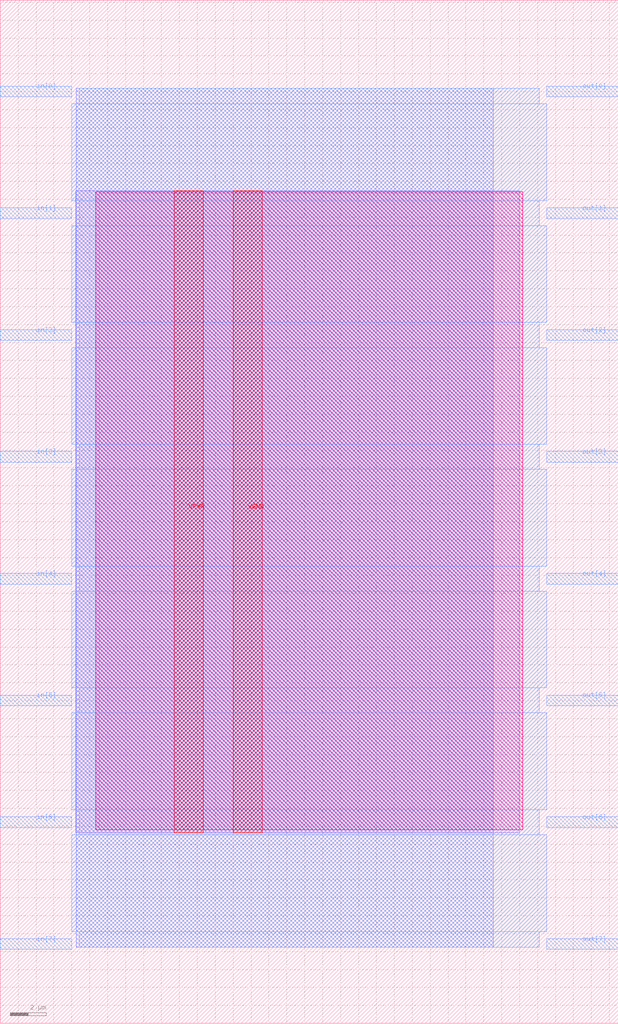
<source format=lef>
VERSION 5.7 ;
  NOWIREEXTENSIONATPIN ON ;
  DIVIDERCHAR "/" ;
  BUSBITCHARS "[]" ;
MACRO inverter
  CLASS BLOCK ;
  FOREIGN inverter ;
  ORIGIN 0.000 0.000 ;
  SIZE 34.500 BY 57.120 ;
  PIN VGND
    DIRECTION INOUT ;
    USE GROUND ;
    PORT
      LAYER met4 ;
        RECT 13.020 10.640 14.620 46.480 ;
    END
  END VGND
  PIN VPWR
    DIRECTION INOUT ;
    USE POWER ;
    PORT
      LAYER met4 ;
        RECT 9.720 10.640 11.320 46.480 ;
    END
  END VPWR
  PIN in[0]
    DIRECTION INPUT ;
    USE SIGNAL ;
    ANTENNAGATEAREA 0.126000 ;
    PORT
      LAYER met3 ;
        RECT 0.000 51.720 4.000 52.320 ;
    END
  END in[0]
  PIN in[1]
    DIRECTION INPUT ;
    USE SIGNAL ;
    ANTENNAGATEAREA 0.196500 ;
    PORT
      LAYER met3 ;
        RECT 0.000 44.920 4.000 45.520 ;
    END
  END in[1]
  PIN in[2]
    DIRECTION INPUT ;
    USE SIGNAL ;
    ANTENNAGATEAREA 0.196500 ;
    PORT
      LAYER met3 ;
        RECT 0.000 38.120 4.000 38.720 ;
    END
  END in[2]
  PIN in[3]
    DIRECTION INPUT ;
    USE SIGNAL ;
    ANTENNAGATEAREA 0.196500 ;
    PORT
      LAYER met3 ;
        RECT 0.000 31.320 4.000 31.920 ;
    END
  END in[3]
  PIN in[4]
    DIRECTION INPUT ;
    USE SIGNAL ;
    ANTENNAGATEAREA 0.196500 ;
    PORT
      LAYER met3 ;
        RECT 0.000 24.520 4.000 25.120 ;
    END
  END in[4]
  PIN in[5]
    DIRECTION INPUT ;
    USE SIGNAL ;
    ANTENNAGATEAREA 0.196500 ;
    PORT
      LAYER met3 ;
        RECT 0.000 17.720 4.000 18.320 ;
    END
  END in[5]
  PIN in[6]
    DIRECTION INPUT ;
    USE SIGNAL ;
    ANTENNAGATEAREA 0.196500 ;
    PORT
      LAYER met3 ;
        RECT 0.000 10.920 4.000 11.520 ;
    END
  END in[6]
  PIN in[7]
    DIRECTION INPUT ;
    USE SIGNAL ;
    ANTENNAGATEAREA 0.196500 ;
    PORT
      LAYER met3 ;
        RECT 0.000 4.120 4.000 4.720 ;
    END
  END in[7]
  PIN out[0]
    DIRECTION OUTPUT ;
    USE SIGNAL ;
    ANTENNADIFFAREA 0.445500 ;
    PORT
      LAYER met3 ;
        RECT 30.500 51.720 34.500 52.320 ;
    END
  END out[0]
  PIN out[1]
    DIRECTION OUTPUT ;
    USE SIGNAL ;
    ANTENNADIFFAREA 0.445500 ;
    PORT
      LAYER met3 ;
        RECT 30.500 44.920 34.500 45.520 ;
    END
  END out[1]
  PIN out[2]
    DIRECTION OUTPUT ;
    USE SIGNAL ;
    ANTENNADIFFAREA 0.445500 ;
    PORT
      LAYER met3 ;
        RECT 30.500 38.120 34.500 38.720 ;
    END
  END out[2]
  PIN out[3]
    DIRECTION OUTPUT ;
    USE SIGNAL ;
    ANTENNADIFFAREA 0.445500 ;
    PORT
      LAYER met3 ;
        RECT 30.500 31.320 34.500 31.920 ;
    END
  END out[3]
  PIN out[4]
    DIRECTION OUTPUT ;
    USE SIGNAL ;
    ANTENNADIFFAREA 0.445500 ;
    PORT
      LAYER met3 ;
        RECT 30.500 24.520 34.500 25.120 ;
    END
  END out[4]
  PIN out[5]
    DIRECTION OUTPUT ;
    USE SIGNAL ;
    ANTENNADIFFAREA 0.445500 ;
    PORT
      LAYER met3 ;
        RECT 30.500 17.720 34.500 18.320 ;
    END
  END out[5]
  PIN out[6]
    DIRECTION OUTPUT ;
    USE SIGNAL ;
    ANTENNADIFFAREA 0.445500 ;
    PORT
      LAYER met3 ;
        RECT 30.500 10.920 34.500 11.520 ;
    END
  END out[6]
  PIN out[7]
    DIRECTION OUTPUT ;
    USE SIGNAL ;
    ANTENNADIFFAREA 0.795200 ;
    PORT
      LAYER met3 ;
        RECT 30.500 4.120 34.500 4.720 ;
    END
  END out[7]
  OBS
      LAYER nwell ;
        RECT 5.330 10.795 29.170 46.430 ;
      LAYER li1 ;
        RECT 5.520 10.795 28.980 46.325 ;
      LAYER met1 ;
        RECT 4.210 10.640 28.980 46.480 ;
      LAYER met2 ;
        RECT 4.230 4.235 27.510 52.205 ;
      LAYER met3 ;
        RECT 4.400 51.320 30.100 52.185 ;
        RECT 3.990 45.920 30.500 51.320 ;
        RECT 4.400 44.520 30.100 45.920 ;
        RECT 3.990 39.120 30.500 44.520 ;
        RECT 4.400 37.720 30.100 39.120 ;
        RECT 3.990 32.320 30.500 37.720 ;
        RECT 4.400 30.920 30.100 32.320 ;
        RECT 3.990 25.520 30.500 30.920 ;
        RECT 4.400 24.120 30.100 25.520 ;
        RECT 3.990 18.720 30.500 24.120 ;
        RECT 4.400 17.320 30.100 18.720 ;
        RECT 3.990 11.920 30.500 17.320 ;
        RECT 4.400 10.520 30.100 11.920 ;
        RECT 3.990 5.120 30.500 10.520 ;
        RECT 4.400 4.255 30.100 5.120 ;
  END
END inverter
END LIBRARY


</source>
